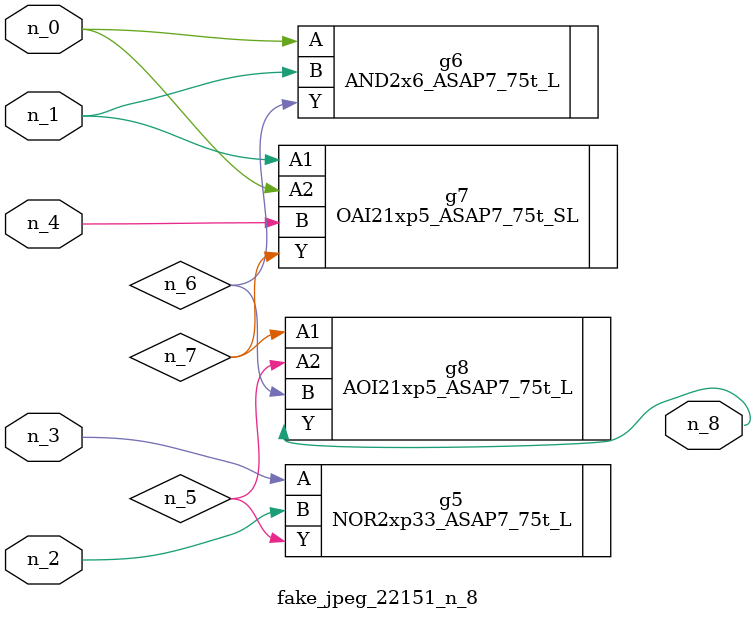
<source format=v>
module fake_jpeg_22151_n_8 (n_3, n_2, n_1, n_0, n_4, n_8);

input n_3;
input n_2;
input n_1;
input n_0;
input n_4;

output n_8;

wire n_6;
wire n_5;
wire n_7;

NOR2xp33_ASAP7_75t_L g5 ( 
.A(n_3),
.B(n_2),
.Y(n_5)
);

AND2x6_ASAP7_75t_L g6 ( 
.A(n_0),
.B(n_1),
.Y(n_6)
);

OAI21xp5_ASAP7_75t_SL g7 ( 
.A1(n_1),
.A2(n_0),
.B(n_4),
.Y(n_7)
);

AOI21xp5_ASAP7_75t_L g8 ( 
.A1(n_7),
.A2(n_5),
.B(n_6),
.Y(n_8)
);


endmodule
</source>
